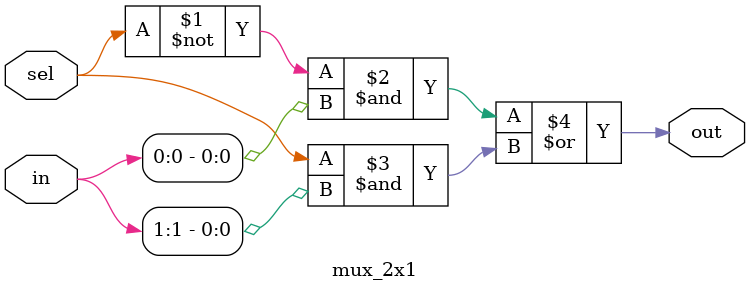
<source format=v>

module mux_2x1(input [0:1] in ,input sel,output out);

 assign out = ~sel&in[0] | sel&in[1];
 
endmodule

</source>
